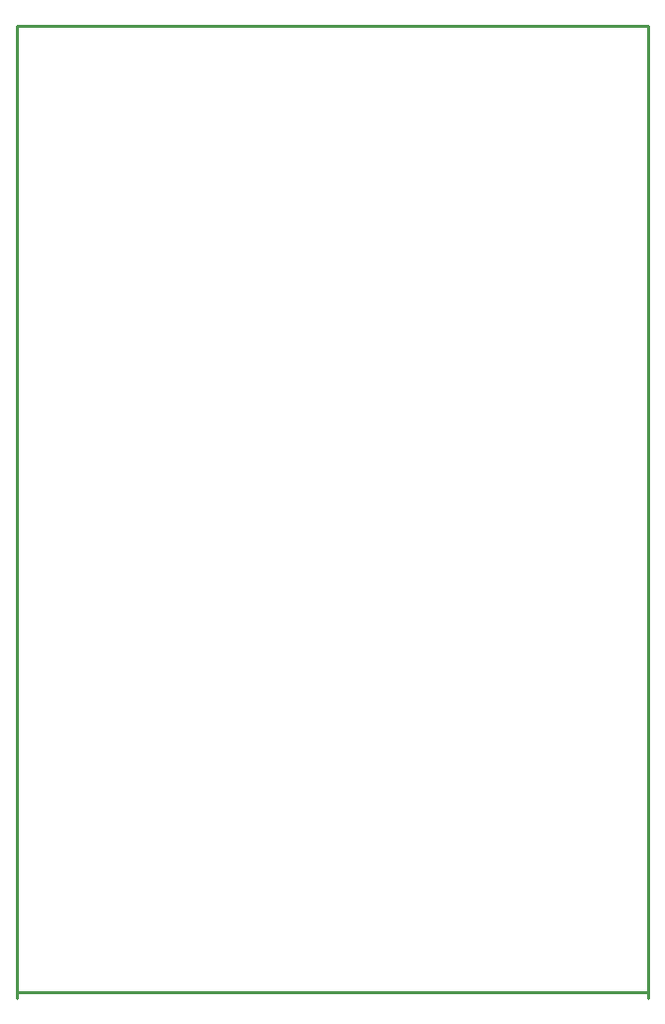
<source format=gko>
G04*
G04 #@! TF.GenerationSoftware,Altium Limited,Altium Designer,21.3.2 (30)*
G04*
G04 Layer_Color=16711935*
%FSLAX44Y44*%
%MOMM*%
G71*
G04*
G04 #@! TF.SameCoordinates,1BCB905A-A0B2-44AB-9C87-BC35C0DBCD6E*
G04*
G04*
G04 #@! TF.FilePolarity,Positive*
G04*
G01*
G75*
%ADD36C,0.2540*%
D36*
X1474470Y1098550D02*
Y1141730D01*
X937260D02*
X1474470D01*
X937260Y1098550D02*
Y1141730D01*
Y318770D02*
X1474470D01*
X937260Y313690D02*
Y1098550D01*
X1474470Y313690D02*
Y1098550D01*
M02*

</source>
